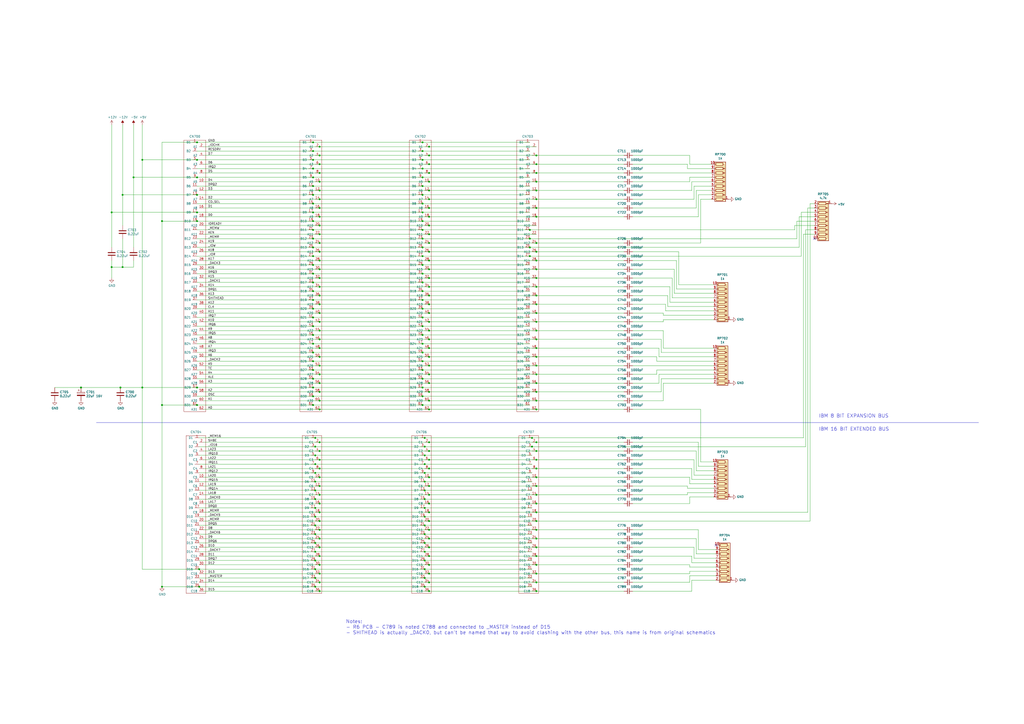
<source format=kicad_sch>
(kicad_sch (version 20230121) (generator eeschema)
  (paper "A2")
  (title_block (date "07/06/1987") (rev "6.2-a") (company "Commodore") (comment 1 "Drawn by: Dave Haynie") (comment 2 "Used on: A2000-CR") (comment 3 "Next Assy: 312725") (comment 4 "Assy: 312721"))
  (junction (at 248.92 181.61))
  (junction (at 307.34 133.35))
  (junction (at 185.42 232.41))
  (junction (at 245.11 113.03))
  (junction (at 185.42 322.58))
  (junction (at 185.42 292.1))
  (junction (at 181.61 133.35))
  (junction (at 245.11 194.31))
  (junction (at 248.92 100.33))
  (junction (at 311.15 110.49))
  (junction (at 185.42 222.25))
  (junction (at 248.92 342.9))
  (junction (at 248.92 227.33))
  (junction (at 181.61 199.39))
  (junction (at 185.42 95.25))
  (junction (at 182.88 294.64))
  (junction (at 311.15 271.78))
  (junction (at 311.15 146.05))
  (junction (at 246.38 320.04))
  (junction (at 246.38 314.96))
  (junction (at 185.42 181.61))
  (junction (at 311.15 232.41))
  (junction (at 185.42 196.85))
  (junction (at 185.42 287.02))
  (junction (at 181.61 153.67))
  (junction (at 181.61 194.31))
  (junction (at 245.11 199.39))
  (junction (at 182.88 289.56))
  (junction (at 181.61 204.47))
  (junction (at 185.42 201.93))
  (junction (at 185.42 271.78))
  (junction (at 246.38 309.88))
  (junction (at 181.61 189.23))
  (junction (at 71.12 113.03))
  (junction (at 64.77 154.94))
  (junction (at 248.92 261.62))
  (junction (at 245.11 143.51))
  (junction (at 311.15 237.49))
  (junction (at 181.61 179.07))
  (junction (at 182.88 320.04))
  (junction (at 182.88 259.08))
  (junction (at 248.92 292.1))
  (junction (at 185.42 207.01))
  (junction (at 246.38 289.56))
  (junction (at 248.92 276.86))
  (junction (at 311.15 181.61))
  (junction (at 181.61 82.55))
  (junction (at 246.38 284.48))
  (junction (at 181.61 184.15))
  (junction (at 245.11 102.87))
  (junction (at 311.15 322.58))
  (junction (at 182.88 330.2))
  (junction (at 185.42 276.86))
  (junction (at 181.61 92.71))
  (junction (at 248.92 271.78))
  (junction (at 245.11 189.23))
  (junction (at 245.11 87.63))
  (junction (at 248.92 281.94))
  (junction (at 245.11 204.47))
  (junction (at 248.92 151.13))
  (junction (at 248.92 140.97))
  (junction (at 248.92 201.93))
  (junction (at 248.92 95.25))
  (junction (at 185.42 161.29))
  (junction (at 311.15 337.82))
  (junction (at 93.98 234.95))
  (junction (at 245.11 128.27))
  (junction (at 185.42 171.45))
  (junction (at 311.15 201.93))
  (junction (at 185.42 125.73))
  (junction (at 181.61 123.19))
  (junction (at 185.42 266.7))
  (junction (at 311.15 317.5))
  (junction (at 181.61 107.95))
  (junction (at 308.61 259.08))
  (junction (at 185.42 146.05))
  (junction (at 182.88 304.8))
  (junction (at 185.42 302.26))
  (junction (at 185.42 85.09))
  (junction (at 311.15 261.62))
  (junction (at 311.15 266.7))
  (junction (at 182.88 299.72))
  (junction (at 248.92 256.54))
  (junction (at 311.15 217.17))
  (junction (at 248.92 186.69))
  (junction (at 311.15 186.69))
  (junction (at 181.61 143.51))
  (junction (at 185.42 156.21))
  (junction (at 182.88 269.24))
  (junction (at 182.88 264.16))
  (junction (at 182.88 325.12))
  (junction (at 311.15 312.42))
  (junction (at 248.92 232.41))
  (junction (at 246.38 335.28))
  (junction (at 82.55 224.79))
  (junction (at 245.11 158.75))
  (junction (at 82.55 92.71))
  (junction (at 248.92 135.89))
  (junction (at 182.88 340.36))
  (junction (at 245.11 224.79))
  (junction (at 248.92 266.7))
  (junction (at 246.38 274.32))
  (junction (at 181.61 113.03))
  (junction (at 246.38 279.4))
  (junction (at 307.34 143.51))
  (junction (at 69.85 224.79))
  (junction (at 248.92 171.45))
  (junction (at 185.42 176.53))
  (junction (at 181.61 87.63))
  (junction (at 248.92 115.57))
  (junction (at 311.15 120.65))
  (junction (at 185.42 130.81))
  (junction (at 311.15 115.57))
  (junction (at 181.61 128.27))
  (junction (at 182.88 314.96))
  (junction (at 185.42 281.94))
  (junction (at 185.42 110.49))
  (junction (at 248.92 327.66))
  (junction (at 181.61 229.87))
  (junction (at 307.34 138.43))
  (junction (at 311.15 287.02))
  (junction (at 185.42 115.57))
  (junction (at 248.92 287.02))
  (junction (at 185.42 90.17))
  (junction (at 246.38 325.12))
  (junction (at 185.42 140.97))
  (junction (at 93.98 128.27))
  (junction (at 245.11 92.71))
  (junction (at 248.92 166.37))
  (junction (at 46.99 224.79))
  (junction (at 246.38 304.8))
  (junction (at 181.61 102.87))
  (junction (at 114.3 224.79))
  (junction (at 246.38 299.72))
  (junction (at 248.92 302.26))
  (junction (at 185.42 237.49))
  (junction (at 181.61 209.55))
  (junction (at 182.88 309.88))
  (junction (at 246.38 340.36))
  (junction (at 185.42 297.18))
  (junction (at 245.11 118.11))
  (junction (at 248.92 90.17))
  (junction (at 311.15 327.66))
  (junction (at 245.11 123.19))
  (junction (at 246.38 330.2))
  (junction (at 246.38 254))
  (junction (at 246.38 269.24))
  (junction (at 248.92 125.73))
  (junction (at 311.15 105.41))
  (junction (at 246.38 294.64))
  (junction (at 311.15 302.26))
  (junction (at 181.61 138.43))
  (junction (at 248.92 217.17))
  (junction (at 114.3 92.71))
  (junction (at 248.92 196.85))
  (junction (at 248.92 337.82))
  (junction (at 311.15 307.34))
  (junction (at 245.11 107.95))
  (junction (at 311.15 297.18))
  (junction (at 185.42 332.74))
  (junction (at 311.15 171.45))
  (junction (at 185.42 307.34))
  (junction (at 248.92 156.21))
  (junction (at 246.38 259.08))
  (junction (at 115.57 330.2))
  (junction (at 311.15 207.01))
  (junction (at 114.3 234.95))
  (junction (at 245.11 179.07))
  (junction (at 185.42 191.77))
  (junction (at 93.98 340.36))
  (junction (at 182.88 274.32))
  (junction (at 185.42 256.54))
  (junction (at 185.42 342.9))
  (junction (at 311.15 222.25))
  (junction (at 114.3 123.19))
  (junction (at 248.92 105.41))
  (junction (at 308.61 254))
  (junction (at 311.15 100.33))
  (junction (at 311.15 176.53))
  (junction (at 185.42 327.66))
  (junction (at 248.92 191.77))
  (junction (at 185.42 105.41))
  (junction (at 181.61 234.95))
  (junction (at 245.11 148.59))
  (junction (at 248.92 297.18))
  (junction (at 248.92 85.09))
  (junction (at 311.15 125.73))
  (junction (at 311.15 95.25))
  (junction (at 181.61 163.83))
  (junction (at 245.11 219.71))
  (junction (at 311.15 196.85))
  (junction (at 185.42 135.89))
  (junction (at 311.15 140.97))
  (junction (at 185.42 166.37))
  (junction (at 311.15 90.17))
  (junction (at 115.57 340.36))
  (junction (at 182.88 254))
  (junction (at 248.92 120.65))
  (junction (at 311.15 342.9))
  (junction (at 71.12 154.94))
  (junction (at 181.61 214.63))
  (junction (at 245.11 234.95))
  (junction (at 245.11 209.55))
  (junction (at 185.42 120.65))
  (junction (at 248.92 317.5))
  (junction (at 181.61 173.99))
  (junction (at 248.92 207.01))
  (junction (at 311.15 166.37))
  (junction (at 311.15 332.74))
  (junction (at 114.3 82.55))
  (junction (at 181.61 118.11))
  (junction (at 181.61 219.71))
  (junction (at 77.47 102.87))
  (junction (at 311.15 281.94))
  (junction (at 185.42 337.82))
  (junction (at 185.42 261.62))
  (junction (at 248.92 161.29))
  (junction (at 307.34 148.59))
  (junction (at 245.11 82.55))
  (junction (at 185.42 227.33))
  (junction (at 185.42 186.69))
  (junction (at 248.92 307.34))
  (junction (at 245.11 229.87))
  (junction (at 245.11 138.43))
  (junction (at 311.15 292.1))
  (junction (at 248.92 146.05))
  (junction (at 185.42 151.13))
  (junction (at 246.38 264.16))
  (junction (at 185.42 317.5))
  (junction (at 248.92 110.49))
  (junction (at 185.42 312.42))
  (junction (at 248.92 322.58))
  (junction (at 245.11 214.63))
  (junction (at 245.11 133.35))
  (junction (at 311.15 191.77))
  (junction (at 248.92 212.09))
  (junction (at 181.61 168.91))
  (junction (at 181.61 148.59))
  (junction (at 185.42 217.17))
  (junction (at 311.15 256.54))
  (junction (at 311.15 156.21))
  (junction (at 181.61 224.79))
  (junction (at 245.11 163.83))
  (junction (at 248.92 130.81))
  (junction (at 182.88 335.28))
  (junction (at 248.92 237.49))
  (junction (at 64.77 123.19))
  (junction (at 245.11 168.91))
  (junction (at 245.11 184.15))
  (junction (at 182.88 284.48))
  (junction (at 245.11 97.79))
  (junction (at 248.92 332.74))
  (junction (at 311.15 212.09))
  (junction (at 245.11 173.99))
  (junction (at 114.3 102.87))
  (junction (at 245.11 153.67))
  (junction (at 248.92 222.25))
  (junction (at 311.15 276.86))
  (junction (at 114.3 128.27))
  (junction (at 311.15 151.13))
  (junction (at 248.92 312.42))
  (junction (at 311.15 161.29))
  (junction (at 114.3 113.03))
  (junction (at 185.42 100.33))
  (junction (at 311.15 227.33))
  (junction (at 248.92 176.53))
  (junction (at 182.88 279.4))
  (junction (at 181.61 158.75))
  (junction (at 185.42 212.09))
  (junction (at 181.61 97.79))
  (no_connect (at 415.29 316.23))
  (no_connect (at 472.44 138.43))
  (wire (pts (xy 115.57 340.36) (xy 93.98 340.36)))
  (wire (pts (xy 400.05 90.17) (xy 400.05 95.25)))
  (wire (pts (xy 246.38 254) (xy 308.61 254)))
  (wire (pts (xy 383.54 204.47) (xy 414.02 204.47)))
  (wire (pts (xy 181.61 189.23) (xy 245.11 189.23)))
  (wire (pts (xy 118.11 120.65) (xy 185.42 120.65)))
  (wire (pts (xy 367.03 125.73) (xy 405.13 125.73)))
  (wire (pts (xy 248.92 95.25) (xy 311.15 95.25)))
  (wire (pts (xy 182.88 279.4) (xy 246.38 279.4)))
  (wire (pts (xy 118.11 176.53) (xy 185.42 176.53)))
  (wire (pts (xy 468.63 297.18) (xy 468.63 120.65)))
  (wire (pts (xy 185.42 297.18) (xy 248.92 297.18)))
  (wire (pts (xy 367.03 237.49) (xy 406.4 237.49)))
  (wire (pts (xy 181.61 102.87) (xy 245.11 102.87)))
  (wire (pts (xy 114.3 184.15) (xy 181.61 184.15)))
  (wire (pts (xy 77.47 102.87) (xy 114.3 102.87)))
  (wire (pts (xy 400.05 292.1) (xy 400.05 288.29)))
  (wire (pts (xy 246.38 335.28) (xy 182.88 335.28)))
  (wire (pts (xy 367.03 191.77) (xy 384.81 191.77)))
  (wire (pts (xy 64.77 154.94) (xy 71.12 154.94)))
  (wire (pts (xy 311.15 232.41) (xy 361.95 232.41)))
  (wire (pts (xy 71.12 130.81) (xy 71.12 113.03)))
  (wire (pts (xy 308.61 314.96) (xy 246.38 314.96)))
  (wire (pts (xy 185.42 307.34) (xy 248.92 307.34)))
  (wire (pts (xy 367.03 201.93) (xy 382.27 201.93)))
  (wire (pts (xy 367.03 90.17) (xy 400.05 90.17)))
  (wire (pts (xy 114.3 97.79) (xy 181.61 97.79)))
  (wire (pts (xy 185.42 322.58) (xy 248.92 322.58)))
  (wire (pts (xy 367.03 151.13) (xy 392.43 151.13)))
  (wire (pts (xy 384.81 201.93) (xy 414.02 201.93)))
  (wire (pts (xy 118.11 276.86) (xy 185.42 276.86)))
  (wire (pts (xy 181.61 123.19) (xy 245.11 123.19)))
  (wire (pts (xy 118.11 256.54) (xy 185.42 256.54)))
  (wire (pts (xy 388.62 166.37) (xy 388.62 175.26)))
  (wire (pts (xy 311.15 307.34) (xy 361.95 307.34)))
  (wire (pts (xy 114.3 133.35) (xy 181.61 133.35)))
  (wire (pts (xy 463.55 125.73) (xy 472.44 125.73)))
  (polyline (pts (xy 55.88 245.11) (xy 567.69 245.11)))
  (wire (pts (xy 185.42 151.13) (xy 248.92 151.13)))
  (wire (pts (xy 248.92 100.33) (xy 311.15 100.33)))
  (wire (pts (xy 381 214.63) (xy 414.02 214.63)))
  (wire (pts (xy 246.38 340.36) (xy 308.61 340.36)))
  (wire (pts (xy 115.57 299.72) (xy 182.88 299.72)))
  (wire (pts (xy 182.88 284.48) (xy 115.57 284.48)))
  (wire (pts (xy 462.28 128.27) (xy 472.44 128.27)))
  (wire (pts (xy 185.42 207.01) (xy 248.92 207.01)))
  (wire (pts (xy 246.38 289.56) (xy 308.61 289.56)))
  (wire (pts (xy 118.11 217.17) (xy 185.42 217.17)))
  (wire (pts (xy 311.15 256.54) (xy 361.95 256.54)))
  (wire (pts (xy 248.92 110.49) (xy 311.15 110.49)))
  (wire (pts (xy 181.61 87.63) (xy 245.11 87.63)))
  (wire (pts (xy 31.75 224.79) (xy 46.99 224.79)))
  (wire (pts (xy 311.15 297.18) (xy 468.63 297.18)))
  (wire (pts (xy 245.11 128.27) (xy 307.34 128.27)))
  (wire (pts (xy 245.11 219.71) (xy 307.34 219.71)))
  (wire (pts (xy 182.88 264.16) (xy 246.38 264.16)))
  (wire (pts (xy 311.15 281.94) (xy 361.95 281.94)))
  (wire (pts (xy 311.15 186.69) (xy 361.95 186.69)))
  (wire (pts (xy 401.32 110.49) (xy 367.03 110.49)))
  (wire (pts (xy 398.78 285.75) (xy 414.02 285.75)))
  (wire (pts (xy 401.32 278.13) (xy 414.02 278.13)))
  (wire (pts (xy 311.15 201.93) (xy 361.95 201.93)))
  (wire (pts (xy 311.15 191.77) (xy 361.95 191.77)))
  (wire (pts (xy 118.11 322.58) (xy 185.42 322.58)))
  (wire (pts (xy 248.92 281.94) (xy 311.15 281.94)))
  (wire (pts (xy 114.3 148.59) (xy 181.61 148.59)))
  (wire (pts (xy 308.61 284.48) (xy 246.38 284.48)))
  (wire (pts (xy 248.92 156.21) (xy 311.15 156.21)))
  (wire (pts (xy 114.3 168.91) (xy 181.61 168.91)))
  (wire (pts (xy 246.38 330.2) (xy 308.61 330.2)))
  (wire (pts (xy 246.38 294.64) (xy 182.88 294.64)))
  (wire (pts (xy 182.88 320.04) (xy 246.38 320.04)))
  (wire (pts (xy 245.11 107.95) (xy 307.34 107.95)))
  (wire (pts (xy 185.42 337.82) (xy 248.92 337.82)))
  (wire (pts (xy 114.3 173.99) (xy 181.61 173.99)))
  (wire (pts (xy 185.42 90.17) (xy 248.92 90.17)))
  (wire (pts (xy 383.54 196.85) (xy 383.54 204.47)))
  (wire (pts (xy 391.16 170.18) (xy 414.02 170.18)))
  (wire (pts (xy 382.27 207.01) (xy 414.02 207.01)))
  (wire (pts (xy 246.38 320.04) (xy 308.61 320.04)))
  (wire (pts (xy 93.98 82.55) (xy 114.3 82.55)))
  (wire (pts (xy 245.11 118.11) (xy 307.34 118.11)))
  (wire (pts (xy 398.78 281.94) (xy 398.78 283.21)))
  (wire (pts (xy 114.3 158.75) (xy 181.61 158.75)))
  (wire (pts (xy 307.34 133.35) (xy 461.01 133.35)))
  (wire (pts (xy 400.05 105.41) (xy 400.05 102.87)))
  (wire (pts (xy 118.11 161.29) (xy 185.42 161.29)))
  (wire (pts (xy 367.03 287.02) (xy 398.78 287.02)))
  (wire (pts (xy 248.92 261.62) (xy 185.42 261.62)))
  (wire (pts (xy 248.92 140.97) (xy 311.15 140.97)))
  (wire (pts (xy 181.61 148.59) (xy 245.11 148.59)))
  (wire (pts (xy 406.4 115.57) (xy 412.75 115.57)))
  (wire (pts (xy 118.11 302.26) (xy 185.42 302.26)))
  (wire (pts (xy 114.3 123.19) (xy 181.61 123.19)))
  (wire (pts (xy 114.3 82.55) (xy 181.61 82.55)))
  (wire (pts (xy 114.3 189.23) (xy 181.61 189.23)))
  (wire (pts (xy 181.61 204.47) (xy 245.11 204.47)))
  (wire (pts (xy 114.3 107.95) (xy 181.61 107.95)))
  (wire (pts (xy 77.47 151.13) (xy 77.47 154.94)))
  (wire (pts (xy 114.3 194.31) (xy 181.61 194.31)))
  (wire (pts (xy 93.98 82.55) (xy 93.98 128.27)))
  (wire (pts (xy 382.27 222.25) (xy 382.27 217.17)))
  (wire (pts (xy 402.59 266.7) (xy 402.59 275.59)))
  (wire (pts (xy 118.11 271.78) (xy 185.42 271.78)))
  (wire (pts (xy 308.61 304.8) (xy 246.38 304.8)))
  (wire (pts (xy 118.11 196.85) (xy 185.42 196.85)))
  (wire (pts (xy 248.92 297.18) (xy 311.15 297.18)))
  (wire (pts (xy 245.11 158.75) (xy 307.34 158.75)))
  (wire (pts (xy 384.81 232.41) (xy 384.81 222.25)))
  (wire (pts (xy 115.57 279.4) (xy 182.88 279.4)))
  (wire (pts (xy 181.61 143.51) (xy 245.11 143.51)))
  (wire (pts (xy 384.81 185.42) (xy 414.02 185.42)))
  (wire (pts (xy 185.42 227.33) (xy 248.92 227.33)))
  (wire (pts (xy 400.05 327.66) (xy 400.05 328.93)))
  (wire (pts (xy 118.11 135.89) (xy 185.42 135.89)))
  (wire (pts (xy 248.92 287.02) (xy 311.15 287.02)))
  (wire (pts (xy 114.3 229.87) (xy 181.61 229.87)))
  (wire (pts (xy 245.11 214.63) (xy 307.34 214.63)))
  (wire (pts (xy 384.81 191.77) (xy 384.81 201.93)))
  (wire (pts (xy 185.42 256.54) (xy 248.92 256.54)))
  (wire (pts (xy 118.11 207.01) (xy 185.42 207.01)))
  (wire (pts (xy 308.61 335.28) (xy 246.38 335.28)))
  (wire (pts (xy 185.42 302.26) (xy 248.92 302.26)))
  (wire (pts (xy 114.3 128.27) (xy 181.61 128.27)))
  (wire (pts (xy 182.88 299.72) (xy 246.38 299.72)))
  (wire (pts (xy 118.11 100.33) (xy 185.42 100.33)))
  (wire (pts (xy 311.15 287.02) (xy 361.95 287.02)))
  (wire (pts (xy 307.34 138.43) (xy 462.28 138.43)))
  (wire (pts (xy 311.15 337.82) (xy 361.95 337.82)))
  (wire (pts (xy 118.11 266.7) (xy 185.42 266.7)))
  (wire (pts (xy 311.15 322.58) (xy 361.95 322.58)))
  (wire (pts (xy 403.86 110.49) (xy 412.75 110.49)))
  (wire (pts (xy 248.92 151.13) (xy 311.15 151.13)))
  (wire (pts (xy 246.38 314.96) (xy 182.88 314.96)))
  (wire (pts (xy 400.05 276.86) (xy 400.05 280.67)))
  (wire (pts (xy 402.59 107.95) (xy 412.75 107.95)))
  (wire (pts (xy 398.78 95.25) (xy 398.78 97.79)))
  (wire (pts (xy 118.11 317.5) (xy 185.42 317.5)))
  (wire (pts (xy 71.12 154.94) (xy 71.12 138.43)))
  (wire (pts (xy 71.12 113.03) (xy 114.3 113.03)))
  (wire (pts (xy 245.11 153.67) (xy 307.34 153.67)))
  (wire (pts (xy 311.15 125.73) (xy 361.95 125.73)))
  (wire (pts (xy 185.42 110.49) (xy 248.92 110.49)))
  (wire (pts (xy 245.11 113.03) (xy 307.34 113.03)))
  (wire (pts (xy 381 207.01) (xy 381 209.55)))
  (wire (pts (xy 115.57 320.04) (xy 182.88 320.04)))
  (wire (pts (xy 114.3 199.39) (xy 181.61 199.39)))
  (wire (pts (xy 400.05 332.74) (xy 400.05 331.47)))
  (wire (pts (xy 185.42 276.86) (xy 248.92 276.86)))
  (wire (pts (xy 367.03 217.17) (xy 381 217.17)))
  (wire (pts (xy 114.3 204.47) (xy 181.61 204.47)))
  (wire (pts (xy 367.03 181.61) (xy 384.81 181.61)))
  (wire (pts (xy 389.89 161.29) (xy 389.89 172.72)))
  (wire (pts (xy 311.15 146.05) (xy 361.95 146.05)))
  (wire (pts (xy 246.38 264.16) (xy 308.61 264.16)))
  (wire (pts (xy 405.13 270.51) (xy 414.02 270.51)))
  (wire (pts (xy 185.42 292.1) (xy 248.92 292.1)))
  (wire (pts (xy 384.81 181.61) (xy 384.81 182.88)))
  (wire (pts (xy 181.61 184.15) (xy 245.11 184.15)))
  (wire (pts (xy 311.15 171.45) (xy 361.95 171.45)))
  (wire (pts (xy 182.88 269.24) (xy 246.38 269.24)))
  (wire (pts (xy 403.86 312.42) (xy 403.86 321.31)))
  (wire (pts (xy 182.88 314.96) (xy 115.57 314.96)))
  (wire (pts (xy 64.77 72.39) (xy 64.77 123.19)))
  (wire (pts (xy 181.61 138.43) (xy 245.11 138.43)))
  (wire (pts (xy 245.11 92.71) (xy 307.34 92.71)))
  (wire (pts (xy 393.7 146.05) (xy 393.7 165.1)))
  (wire (pts (xy 118.11 151.13) (xy 185.42 151.13)))
  (wire (pts (xy 367.03 146.05) (xy 393.7 146.05)))
  (wire (pts (xy 114.3 143.51) (xy 181.61 143.51)))
  (wire (pts (xy 118.11 287.02) (xy 185.42 287.02)))
  (wire (pts (xy 311.15 271.78) (xy 361.95 271.78)))
  (wire (pts (xy 185.42 332.74) (xy 248.92 332.74)))
  (wire (pts (xy 245.11 133.35) (xy 307.34 133.35)))
  (wire (pts (xy 82.55 92.71) (xy 82.55 224.79)))
  (wire (pts (xy 77.47 154.94) (xy 71.12 154.94)))
  (wire (pts (xy 118.11 166.37) (xy 185.42 166.37)))
  (wire (pts (xy 248.92 217.17) (xy 311.15 217.17)))
  (wire (pts (xy 381 217.17) (xy 381 214.63)))
  (wire (pts (xy 118.11 332.74) (xy 185.42 332.74)))
  (wire (pts (xy 185.42 146.05) (xy 248.92 146.05)))
  (wire (pts (xy 93.98 234.95) (xy 93.98 128.27)))
  (wire (pts (xy 114.3 87.63) (xy 181.61 87.63)))
  (wire (pts (xy 248.92 201.93) (xy 311.15 201.93)))
  (wire (pts (xy 367.03 327.66) (xy 400.05 327.66)))
  (wire (pts (xy 114.3 209.55) (xy 181.61 209.55)))
  (wire (pts (xy 245.11 234.95) (xy 307.34 234.95)))
  (wire (pts (xy 311.15 217.17) (xy 361.95 217.17)))
  (wire (pts (xy 311.15 342.9) (xy 361.95 342.9)))
  (wire (pts (xy 367.03 207.01) (xy 381 207.01)))
  (wire (pts (xy 185.42 232.41) (xy 248.92 232.41)))
  (wire (pts (xy 118.11 201.93) (xy 185.42 201.93)))
  (wire (pts (xy 248.92 115.57) (xy 311.15 115.57)))
  (wire (pts (xy 118.11 140.97) (xy 185.42 140.97)))
  (wire (pts (xy 118.11 186.69) (xy 185.42 186.69)))
  (wire (pts (xy 82.55 72.39) (xy 82.55 92.71)))
  (wire (pts (xy 185.42 176.53) (xy 248.92 176.53)))
  (wire (pts (xy 387.35 177.8) (xy 414.02 177.8)))
  (wire (pts (xy 367.03 322.58) (xy 401.32 322.58)))
  (wire (pts (xy 311.15 120.65) (xy 361.95 120.65)))
  (wire (pts (xy 467.36 133.35) (xy 472.44 133.35)))
  (wire (pts (xy 367.03 156.21) (xy 391.16 156.21)))
  (wire (pts (xy 185.42 100.33) (xy 248.92 100.33)))
  (wire (pts (xy 248.92 135.89) (xy 311.15 135.89)))
  (wire (pts (xy 181.61 173.99) (xy 245.11 173.99)))
  (wire (pts (xy 181.61 118.11) (xy 245.11 118.11)))
  (wire (pts (xy 248.92 105.41) (xy 311.15 105.41)))
  (wire (pts (xy 69.85 224.79) (xy 82.55 224.79)))
  (wire (pts (xy 367.03 100.33) (xy 412.75 100.33)))
  (wire (pts (xy 311.15 115.57) (xy 361.95 115.57)))
  (wire (pts (xy 381 209.55) (xy 414.02 209.55)))
  (wire (pts (xy 118.11 312.42) (xy 185.42 312.42)))
  (wire (pts (xy 46.99 224.79) (xy 69.85 224.79)))
  (wire (pts (xy 405.13 125.73) (xy 405.13 113.03)))
  (wire (pts (xy 466.09 254) (xy 466.09 135.89)))
  (wire (pts (xy 182.88 254) (xy 246.38 254)))
  (wire (pts (xy 466.09 135.89) (xy 472.44 135.89)))
  (wire (pts (xy 248.92 120.65) (xy 311.15 120.65)))
  (wire (pts (xy 181.61 168.91) (xy 245.11 168.91)))
  (wire (pts (xy 403.86 120.65) (xy 403.86 110.49)))
  (wire (pts (xy 245.11 82.55) (xy 307.34 82.55)))
  (wire (pts (xy 311.15 166.37) (xy 361.95 166.37)))
  (wire (pts (xy 246.38 269.24) (xy 308.61 269.24)))
  (wire (pts (xy 400.05 328.93) (xy 415.29 328.93)))
  (wire (pts (xy 311.15 110.49) (xy 361.95 110.49)))
  (wire (pts (xy 118.11 95.25) (xy 185.42 95.25)))
  (wire (pts (xy 402.59 317.5) (xy 402.59 323.85)))
  (wire (pts (xy 398.78 287.02) (xy 398.78 285.75)))
  (wire (pts (xy 118.11 212.09) (xy 185.42 212.09)))
  (wire (pts (xy 118.11 307.34) (xy 185.42 307.34)))
  (wire (pts (xy 245.11 138.43) (xy 307.34 138.43)))
  (wire (pts (xy 246.38 279.4) (xy 308.61 279.4)))
  (wire (pts (xy 181.61 179.07) (xy 245.11 179.07)))
  (wire (pts (xy 248.92 322.58) (xy 311.15 322.58)))
  (wire (pts (xy 383.54 219.71) (xy 414.02 219.71)))
  (wire (pts (xy 181.61 229.87) (xy 245.11 229.87)))
  (wire (pts (xy 392.43 151.13) (xy 392.43 167.64)))
  (wire (pts (xy 182.88 309.88) (xy 246.38 309.88)))
  (wire (pts (xy 311.15 176.53) (xy 361.95 176.53)))
  (wire (pts (xy 248.92 146.05) (xy 311.15 146.05)))
  (wire (pts (xy 389.89 172.72) (xy 414.02 172.72)))
  (wire (pts (xy 185.42 95.25) (xy 248.92 95.25)))
  (wire (pts (xy 388.62 175.26) (xy 414.02 175.26)))
  (wire (pts (xy 400.05 95.25) (xy 412.75 95.25)))
  (wire (pts (xy 311.15 100.33) (xy 361.95 100.33)))
  (wire (pts (xy 398.78 97.79) (xy 412.75 97.79)))
  (wire (pts (xy 114.3 234.95) (xy 181.61 234.95)))
  (wire (pts (xy 311.15 312.42) (xy 361.95 312.42)))
  (wire (pts (xy 118.11 105.41) (xy 185.42 105.41)))
  (wire (pts (xy 182.88 335.28) (xy 115.57 335.28)))
  (wire (pts (xy 185.42 140.97) (xy 248.92 140.97)))
  (wire (pts (xy 311.15 140.97) (xy 361.95 140.97)))
  (wire (pts (xy 181.61 82.55) (xy 245.11 82.55)))
  (wire (pts (xy 406.4 267.97) (xy 414.02 267.97)))
  (wire (pts (xy 181.61 199.39) (xy 245.11 199.39)))
  (wire (pts (xy 248.92 191.77) (xy 311.15 191.77)))
  (wire (pts (xy 367.03 342.9) (xy 401.32 342.9)))
  (wire (pts (xy 118.11 85.09) (xy 185.42 85.09)))
  (wire (pts (xy 468.63 120.65) (xy 472.44 120.65)))
  (wire (pts (xy 185.42 186.69) (xy 248.92 186.69)))
  (wire (pts (xy 367.03 212.09) (xy 414.02 212.09)))
  (wire (pts (xy 115.57 330.2) (xy 182.88 330.2)))
  (wire (pts (xy 400.05 331.47) (xy 415.29 331.47)))
  (wire (pts (xy 246.38 284.48) (xy 182.88 284.48)))
  (wire (pts (xy 82.55 224.79) (xy 114.3 224.79)))
  (wire (pts (xy 181.61 224.79) (xy 245.11 224.79)))
  (wire (pts (xy 308.61 259.08) (xy 467.36 259.08)))
  (wire (pts (xy 398.78 283.21) (xy 414.02 283.21)))
  (wire (pts (xy 367.03 105.41) (xy 400.05 105.41)))
  (wire (pts (xy 311.15 151.13) (xy 361.95 151.13)))
  (wire (pts (xy 248.92 256.54) (xy 311.15 256.54)))
  (wire (pts (xy 392.43 167.64) (xy 414.02 167.64)))
  (wire (pts (xy 367.03 186.69) (xy 384.81 186.69)))
  (wire (pts (xy 118.11 281.94) (xy 185.42 281.94)))
  (wire (pts (xy 246.38 299.72) (xy 308.61 299.72)))
  (wire (pts (xy 367.03 337.82) (xy 400.05 337.82)))
  (wire (pts (xy 367.03 222.25) (xy 382.27 222.25)))
  (wire (pts (xy 248.92 85.09) (xy 311.15 85.09)))
  (wire (pts (xy 400.05 334.01) (xy 415.29 334.01)))
  (wire (pts (xy 367.03 256.54) (xy 405.13 256.54)))
  (wire (pts (xy 401.32 322.58) (xy 401.32 326.39)))
  (wire (pts (xy 402.59 323.85) (xy 415.29 323.85)))
  (wire (pts (xy 464.82 148.59) (xy 464.82 123.19)))
  (wire (pts (xy 400.05 337.82) (xy 400.05 334.01)))
  (wire (pts (xy 367.03 166.37) (xy 388.62 166.37)))
  (wire (pts (xy 181.61 163.83) (xy 245.11 163.83)))
  (wire (pts (xy 405.13 307.34) (xy 405.13 318.77)))
  (wire (pts (xy 367.03 95.25) (xy 398.78 95.25)))
  (wire (pts (xy 71.12 72.39) (xy 71.12 113.03)))
  (wire (pts (xy 182.88 289.56) (xy 246.38 289.56)))
  (wire (pts (xy 64.77 161.29) (xy 64.77 154.94)))
  (wire (pts (xy 246.38 259.08) (xy 308.61 259.08)))
  (wire (pts (xy 311.15 276.86) (xy 361.95 276.86)))
  (wire (pts (xy 387.35 171.45) (xy 387.35 177.8)))
  (wire (pts (xy 181.61 113.03) (xy 245.11 113.03)))
  (wire (pts (xy 311.15 261.62) (xy 248.92 261.62)))
  (wire (pts (xy 248.92 186.69) (xy 311.15 186.69)))
  (wire (pts (xy 181.61 214.63) (xy 245.11 214.63)))
  (wire (pts (xy 185.42 171.45) (xy 248.92 171.45)))
  (wire (pts (xy 114.3 118.11) (xy 181.61 118.11)))
  (wire (pts (xy 115.57 289.56) (xy 182.88 289.56)))
  (wire (pts (xy 185.42 85.09) (xy 248.92 85.09)))
  (wire (pts (xy 118.11 115.57) (xy 185.42 115.57)))
  (wire (pts (xy 464.82 123.19) (xy 472.44 123.19)))
  (wire (pts (xy 367.03 196.85) (xy 383.54 196.85)))
  (wire (pts (xy 181.61 219.71) (xy 245.11 219.71)))
  (wire (pts (xy 93.98 340.36) (xy 93.98 234.95)))
  (wire (pts (xy 185.42 130.81) (xy 248.92 130.81)))
  (wire (pts (xy 181.61 158.75) (xy 245.11 158.75)))
  (wire (pts (xy 182.88 330.2) (xy 246.38 330.2)))
  (wire (pts (xy 367.03 266.7) (xy 402.59 266.7)))
  (wire (pts (xy 400.05 280.67) (xy 414.02 280.67)))
  (wire (pts (xy 311.15 292.1) (xy 361.95 292.1)))
  (wire (pts (xy 367.03 261.62) (xy 403.86 261.62)))
  (wire (pts (xy 469.9 302.26) (xy 469.9 118.11)))
  (wire (pts (xy 405.13 318.77) (xy 415.29 318.77)))
  (wire (pts (xy 403.86 273.05) (xy 414.02 273.05)))
  (wire (pts (xy 311.15 181.61) (xy 361.95 181.61)))
  (wire (pts (xy 114.3 179.07) (xy 181.61 179.07)))
  (wire (pts (xy 367.03 271.78) (xy 401.32 271.78)))
  (wire (pts (xy 248.92 232.41) (xy 311.15 232.41)))
  (wire (pts (xy 367.03 115.57) (xy 402.59 115.57)))
  (wire (pts (xy 185.42 217.17) (xy 248.92 217.17)))
  (wire (pts (xy 401.32 342.9) (xy 401.32 336.55)))
  (wire (pts (xy 311.15 90.17) (xy 361.95 90.17)))
  (wire (pts (xy 401.32 105.41) (xy 401.32 110.49)))
  (wire (pts (xy 114.3 214.63) (xy 181.61 214.63)))
  (wire (pts (xy 461.01 133.35) (xy 461.01 130.81)))
  (wire (pts (xy 181.61 107.95) (xy 245.11 107.95)))
  (wire (pts (xy 114.3 163.83) (xy 181.61 163.83)))
  (wire (pts (xy 185.42 196.85) (xy 248.92 196.85)))
  (wire (pts (xy 185.42 156.21) (xy 248.92 156.21)))
  (wire (pts (xy 248.92 207.01) (xy 311.15 207.01)))
  (wire (pts (xy 367.03 281.94) (xy 398.78 281.94)))
  (wire (pts (xy 248.92 312.42) (xy 311.15 312.42)))
  (wire (pts (xy 406.4 140.97) (xy 406.4 115.57)))
  (wire (pts (xy 118.11 171.45) (xy 185.42 171.45)))
  (wire (pts (xy 245.11 224.79) (xy 307.34 224.79)))
  (wire (pts (xy 185.42 201.93) (xy 248.92 201.93)))
  (wire (pts (xy 401.32 271.78) (xy 401.32 278.13)))
  (wire (pts (xy 118.11 156.21) (xy 185.42 156.21)))
  (wire (pts (xy 118.11 232.41) (xy 185.42 232.41)))
  (wire (pts (xy 245.11 163.83) (xy 307.34 163.83)))
  (wire (pts (xy 400.05 102.87) (xy 412.75 102.87)))
  (wire (pts (xy 403.86 261.62) (xy 403.86 273.05)))
  (wire (pts (xy 182.88 325.12) (xy 115.57 325.12)))
  (wire (pts (xy 118.11 292.1) (xy 185.42 292.1)))
  (wire (pts (xy 248.92 212.09) (xy 311.15 212.09)))
  (wire (pts (xy 367.03 232.41) (xy 384.81 232.41)))
  (wire (pts (xy 246.38 304.8) (xy 182.88 304.8)))
  (wire (pts (xy 311.15 207.01) (xy 361.95 207.01)))
  (wire (pts (xy 308.61 254) (xy 466.09 254)))
  (wire (pts (xy 245.11 179.07) (xy 307.34 179.07)))
  (wire (pts (xy 311.15 237.49) (xy 361.95 237.49)))
  (wire (pts (xy 386.08 180.34) (xy 414.02 180.34)))
  (wire (pts (xy 245.11 173.99) (xy 307.34 173.99)))
  (wire (pts (xy 367.03 161.29) (xy 389.89 161.29)))
  (wire (pts (xy 248.92 196.85) (xy 311.15 196.85)))
  (wire (pts (xy 245.11 229.87) (xy 307.34 229.87)))
  (wire (pts (xy 118.11 337.82) (xy 185.42 337.82)))
  (wire (pts (xy 469.9 118.11) (xy 472.44 118.11)))
  (wire (pts (xy 82.55 92.71) (xy 114.3 92.71)))
  (wire (pts (xy 367.03 176.53) (xy 386.08 176.53)))
  (wire (pts (xy 64.77 143.51) (xy 64.77 123.19)))
  (wire (pts (xy 311.15 266.7) (xy 361.95 266.7)))
  (wire (pts (xy 384.81 186.69) (xy 384.81 185.42)))
  (wire (pts (xy 402.59 275.59) (xy 414.02 275.59)))
  (wire (pts (xy 245.11 189.23) (xy 307.34 189.23)))
  (wire (pts (xy 185.42 166.37) (xy 248.92 166.37)))
  (wire (pts (xy 118.11 146.05) (xy 185.42 146.05)))
  (wire (pts (xy 248.92 130.81) (xy 311.15 130.81)))
  (wire (pts (xy 185.42 287.02) (xy 248.92 287.02)))
  (wire (pts (xy 412.75 105.41) (xy 401.32 105.41)))
  (wire (pts (xy 382.27 201.93) (xy 382.27 207.01)))
  (wire (pts (xy 182.88 259.08) (xy 246.38 259.08)))
  (wire (pts (xy 185.42 281.94) (xy 248.92 281.94)))
  (wire (pts (xy 115.57 259.08) (xy 182.88 259.08)))
  (wire (pts (xy 245.11 209.55) (xy 307.34 209.55)))
  (wire (pts (xy 383.54 227.33) (xy 383.54 219.71)))
  (wire (pts (xy 401.32 326.39) (xy 415.29 326.39)))
  (wire (pts (xy 245.11 199.39) (xy 307.34 199.39)))
  (wire (pts (xy 118.11 191.77) (xy 185.42 191.77)))
  (wire (pts (xy 118.11 227.33) (xy 185.42 227.33)))
  (wire (pts (xy 64.77 154.94) (xy 64.77 151.13)))
  (wire (pts (xy 114.3 102.87) (xy 181.61 102.87)))
  (wire (pts (xy 182.88 294.64) (xy 115.57 294.64)))
  (wire (pts (xy 248.92 271.78) (xy 311.15 271.78)))
  (wire (pts (xy 93.98 128.27) (xy 114.3 128.27)))
  (wire (pts (xy 391.16 156.21) (xy 391.16 170.18)))
  (wire (pts (xy 181.61 209.55) (xy 245.11 209.55)))
  (wire (pts (xy 462.28 138.43) (xy 462.28 128.27)))
  (wire (pts (xy 245.11 204.47) (xy 307.34 204.47)))
  (wire (pts (xy 181.61 234.95) (xy 245.11 234.95)))
  (wire (pts (xy 245.11 87.63) (xy 307.34 87.63)))
  (wire (pts (xy 311.15 317.5) (xy 361.95 317.5)))
  (wire (pts (xy 248.92 237.49) (xy 311.15 237.49)))
  (wire (pts (xy 118.11 110.49) (xy 185.42 110.49)))
  (wire (pts (xy 311.15 105.41) (xy 361.95 105.41)))
  (wire (pts (xy 185.42 237.49) (xy 248.92 237.49)))
  (wire (pts (xy 307.34 148.59) (xy 464.82 148.59)))
  (wire (pts (xy 181.61 92.71) (xy 245.11 92.71)))
  (wire (pts (xy 185.42 342.9) (xy 248.92 342.9)))
  (wire (pts (xy 367.03 317.5) (xy 402.59 317.5)))
  (wire (pts (xy 181.61 153.67) (xy 245.11 153.67)))
  (wire (pts (xy 386.08 176.53) (xy 386.08 180.34)))
  (wire (pts (xy 185.42 135.89) (xy 248.92 135.89)))
  (wire (pts (xy 311.15 302.26) (xy 469.9 302.26)))
  (wire (pts (xy 248.92 176.53) (xy 311.15 176.53)))
  (wire (pts (xy 367.03 276.86) (xy 400.05 276.86)))
  (wire (pts (xy 248.92 342.9) (xy 311.15 342.9)))
  (wire (pts (xy 185.42 191.77) (xy 248.92 191.77)))
  (wire (pts (xy 367.03 140.97) (xy 406.4 140.97)))
  (wire (pts (xy 248.92 307.34) (xy 311.15 307.34)))
  (wire (pts (xy 308.61 274.32) (xy 246.38 274.32)))
  (wire (pts (xy 185.42 120.65) (xy 248.92 120.65)))
  (wire (pts (xy 115.57 264.16) (xy 182.88 264.16)))
  (wire (pts (xy 115.57 269.24) (xy 182.88 269.24)))
  (wire (pts (xy 181.61 128.27) (xy 245.11 128.27)))
  (wire (pts (xy 114.3 138.43) (xy 181.61 138.43)))
  (wire (pts (xy 118.11 125.73) (xy 185.42 125.73)))
  (wire (pts (xy 393.7 165.1) (xy 414.02 165.1)))
  (wire (pts (xy 248.92 90.17) (xy 311.15 90.17)))
  (wire (pts (xy 311.15 156.21) (xy 361.95 156.21)))
  (wire (pts (xy 93.98 234.95) (xy 114.3 234.95)))
  (wire (pts (xy 77.47 72.39) (xy 77.47 102.87)))
  (wire (pts (xy 402.59 115.57) (xy 402.59 107.95)))
  (wire (pts (xy 248.92 181.61) (xy 311.15 181.61)))
  (wire (pts (xy 248.92 161.29) (xy 311.15 161.29)))
  (wire (pts (xy 248.92 227.33) (xy 311.15 227.33)))
  (wire (pts (xy 245.11 168.91) (xy 307.34 168.91)))
  (wire (pts (xy 248.92 327.66) (xy 311.15 327.66)))
  (wire (pts (xy 185.42 266.7) (xy 248.92 266.7)))
  (wire (pts (xy 311.15 332.74) (xy 361.95 332.74)))
  (wire (pts (xy 245.11 97.79) (xy 307.34 97.79)))
  (wire (pts (xy 367.03 120.65) (xy 403.86 120.65)))
  (wire (pts (xy 182.88 340.36) (xy 246.38 340.36)))
  (wire (pts (xy 182.88 274.32) (xy 115.57 274.32)))
  (wire (pts (xy 311.15 222.25) (xy 361.95 222.25)))
  (wire (pts (xy 185.42 222.25) (xy 248.92 222.25)))
  (wire (pts (xy 118.11 342.9) (xy 185.42 342.9)))
  (wire (pts (xy 245.11 148.59) (xy 307.34 148.59)))
  (wire (pts (xy 185.42 261.62) (xy 118.11 261.62)))
  (wire (pts (xy 114.3 224.79) (xy 181.61 224.79)))
  (wire (pts (xy 185.42 161.29) (xy 248.92 161.29)))
  (wire (pts (xy 311.15 95.25) (xy 361.95 95.25)))
  (wire (pts (xy 308.61 294.64) (xy 246.38 294.64)))
  (wire (pts (xy 406.4 237.49) (xy 406.4 267.97)))
  (wire (pts (xy 185.42 312.42) (xy 248.92 312.42)))
  (wire (pts (xy 118.11 237.49) (xy 185.42 237.49)))
  (wire (pts (xy 248.92 276.86) (xy 311.15 276.86)))
  (wire (pts (xy 245.11 102.87) (xy 307.34 102.87)))
  (wire (pts (xy 384.81 222.25) (xy 414.02 222.25)))
  (wire (pts (xy 246.38 325.12) (xy 182.88 325.12)))
  (wire (pts (xy 248.92 266.7) (xy 311.15 266.7)))
  (wire (pts (xy 367.03 307.34) (xy 405.13 307.34)))
  (wire (pts (xy 246.38 274.32) (xy 182.88 274.32)))
  (wire (pts (xy 311.15 261.62) (xy 361.95 261.62)))
  (wire (pts (xy 246.38 309.88) (xy 308.61 309.88)))
  (wire (pts (xy 118.11 181.61) (xy 185.42 181.61)))
  (wire (pts (xy 308.61 325.12) (xy 246.38 325.12)))
  (wire (pts (xy 185.42 317.5) (xy 248.92 317.5)))
  (wire (pts (xy 311.15 161.29) (xy 361.95 161.29)))
  (wire (pts (xy 118.11 90.17) (xy 185.42 90.17)))
  (wire (pts (xy 367.03 227.33) (xy 383.54 227.33)))
  (wire (pts (xy 248.92 222.25) (xy 311.15 222.25)))
  (wire (pts (xy 248.92 317.5) (xy 311.15 317.5)))
  (wire (pts (xy 245.11 123.19) (xy 307.34 123.19)))
  (wire (pts (xy 118.11 297.18) (xy 185.42 297.18)))
  (wire (pts (xy 118.11 327.66) (xy 185.42 327.66)))
  (wire (pts (xy 114.3 92.71) (xy 181.61 92.71)))
  (wire (pts (xy 405.13 256.54) (xy 405.13 270.51)))
  (wire (pts (xy 114.3 153.67) (xy 181.61 153.67)))
  (wire (pts (xy 185.42 125.73) (xy 248.92 125.73)))
  (wire (pts (xy 82.55 330.2) (xy 115.57 330.2)))
  (wire (pts (xy 311.15 212.09) (xy 361.95 212.09)))
  (wire (pts (xy 64.77 123.19) (xy 114.3 123.19)))
  (wire (pts (xy 245.11 143.51) (xy 307.34 143.51)))
  (wire (pts (xy 248.92 171.45) (xy 311.15 171.45)))
  (wire (pts (xy 185.42 271.78) (xy 248.92 271.78)))
  (wire (pts (xy 461.01 130.81) (xy 472.44 130.81)))
  (wire (pts (xy 115.57 309.88) (xy 182.88 309.88)))
  (wire (pts (xy 248.92 125.73) (xy 311.15 125.73)))
  (wire (pts (xy 403.86 321.31) (xy 415.29 321.31)))
  (wire (pts (xy 467.36 259.08) (xy 467.36 133.35)))
  (wire (pts (xy 367.03 171.45) (xy 387.35 171.45)))
  (wire (pts (xy 185.42 115.57) (xy 248.92 115.57)))
  (wire (pts (xy 384.81 182.88) (xy 414.02 182.88)))
  (wire (pts (xy 401.32 336.55) (xy 415.29 336.55)))
  (wire (pts (xy 82.55 224.79) (xy 82.55 330.2)))
  (wire (pts (xy 248.92 332.74) (xy 311.15 332.74)))
  (wire (pts (xy 115.57 254) (xy 182.88 254)))
  (wire (pts (xy 182.88 304.8) (xy 115.57 304.8)))
  (wire (pts (xy 307.34 143.51) (xy 463.55 143.51)))
  (wire (pts (xy 311.15 196.85) (xy 361.95 196.85)))
  (wire (pts (xy 245.11 194.31) (xy 307.34 194.31)))
  (wire (pts (xy 311.15 327.66) (xy 361.95 327.66)))
  (wire (pts (xy 118.11 130.81) (xy 185.42 130.81)))
  (wire (pts (xy 367.03 332.74) (xy 400.05 332.74)))
  (wire (pts (xy 185.42 181.61) (xy 248.92 181.61)))
  (wire (pts (xy 367.03 312.42) (xy 403.86 312.42)))
  (wire (pts (xy 382.27 217.17) (xy 414.02 217.17)))
  (wire (pts (xy 185.42 212.09) (xy 248.92 212.09)))
  (wire (pts (xy 181.61 133.35) (xy 245.11 133.35)))
  (wire (pts (xy 248.92 166.37) (xy 311.15 166.37)))
  (wire (pts (xy 463.55 143.51) (xy 463.55 125.73)))
  (wire (pts (xy 181.61 97.79) (xy 245.11 97.79)))
  (wire (pts (xy 248.92 292.1) (xy 311.15 292.1)))
  (wire (pts (xy 405.13 113.03) (xy 412.75 113.03)))
  (wire (pts (xy 245.11 184.15) (xy 307.34 184.15)))
  (wire (pts (xy 118.11 222.25) (xy 185.42 222.25)))
  (wire (pts (xy 311.15 227.33) (xy 361.95 227.33)))
  (wire (pts (xy 114.3 113.03) (xy 181.61 113.03)))
  (wire (pts (xy 367.03 292.1) (xy 400.05 292.1)))
  (wire (pts (xy 114.3 219.71) (xy 181.61 219.71)))
  (wire (pts (xy 400.05 288.29) (xy 414.02 288.29)))
  (wire (pts (xy 115.57 340.36) (xy 182.88 340.36)))
  (wire (pts (xy 185.42 105.41) (xy 248.92 105.41)))
  (wire (pts (xy 248.92 302.26) (xy 311.15 302.26)))
  (wire (pts (xy 185.42 327.66) (xy 248.92 327.66)))
  (wire (pts (xy 181.61 194.31) (xy 245.11 194.31)))
  (wire (pts (xy 77.47 102.87) (xy 77.47 143.51)))
  (wire (pts (xy 248.92 337.82) (xy 311.15 337.82)))
  (text "IBM 8 BIT EXPANSION BUS" (at 474.98 242.57 0) (effects (font (size 2 2)) (justify left bottom)))
  (text "IBM 16 BIT EXTENDED BUS" (at 474.98 250.19 0) (effects (font (size 2 2)) (justify left bottom)))
  (text "Notes:\n- R6 PCB - C789 is noted C788 and connected to _MASTER instead of D15\n- SHITHEAD is actually _DACK0, but can't be named that way to avoid clashing with the other bus, this name is from original schematics" (at 200.66 368.3 0) (effects (font (size 2 2)) (justify left bottom)))
  (label "A13" (at 120.65 171.45 0))
  (label "A7" (at 120.65 201.93 0))
  (label "A6" (at 120.65 207.01 0))
  (label "A3" (at 120.65 222.25 0))
  (label "IOREADY" (at 120.65 130.81 0))
  (label "ALE" (at 120.65 219.71 0))
  (label "DRQ1" (at 120.65 168.91 0))
  (label "D10" (at 120.65 317.5 0))
  (label "_MEMR" (at 120.65 138.43 0))
  (label "A2" (at 120.65 227.33 0))
  (label "IRQ12" (at 120.65 274.32 0))
  (label "IRQ3" (at 120.65 204.47 0))
  (label "A19" (at 120.65 140.97 0))
  (label "IRQ10" (at 120.65 264.16 0))
  (label "D9" (at 120.65 312.42 0))
  (label "_DACK6" (at 120.65 309.88 0))
  (label "D6" (at 120.65 95.25 0))
  (label "LA18" (at 120.65 287.02 0))
  (label "A5" (at 120.65 212.09 0))
  (label "A11" (at 120.65 181.61 0))
  (label "D7" (at 120.65 90.17 0))
  (label "_MASTER" (at 120.65 335.28 0))
  (label "A0" (at 120.65 237.49 0))
  (label "D3" (at 120.65 110.49 0))
  (label "_DACK0" (at 120.65 289.56 0))
  (label "IRQ4" (at 120.65 199.39 0))
  (label "LA21" (at 120.65 271.78 0))
  (label "_IOCHK" (at 120.65 85.09 0))
  (label "_DACK1" (at 120.65 163.83 0))
  (label "OSC" (at 120.65 229.87 0))
  (label "IRQ2" (at 120.65 97.79 0))
  (label "_DACK2" (at 120.65 209.55 0))
  (label "IRQ7" (at 120.65 184.15 0))
  (label "IRQ11" (at 120.65 269.24 0))
  (label "D1" (at 120.65 120.65 0))
  (label "_MEMR" (at 120.65 297.18 0))
  (label "D11" (at 120.65 322.58 0))
  (label "D12" (at 120.65 327.66 0))
  (label "SHBE" (at 120.65 256.54 0))
  (label "CD_SEL" (at 120.65 118.11 0))
  (label "A10" (at 120.65 186.69 0))
  (label "D8" (at 120.65 307.34 0))
  (label "LA17" (at 120.65 292.1 0))
  (label "D4" (at 120.65 105.41 0))
  (label "A18" (at 120.65 146.05 0))
  (label "IRQ14" (at 120.65 284.48 0))
  (label "A1" (at 120.65 232.41 0))
  (label "IRQ5" (at 120.65 194.31 0))
  (label "SHITHEAD" (at 120.65 173.99 0))
  (label "A14" (at 120.65 166.37 0))
  (label "A16" (at 120.65 156.21 0))
  (label "D13" (at 120.65 332.74 0))
  (label "RESDRV" (at 120.65 87.63 0))
  (label "A17" (at 120.65 151.13 0))
  (label "DRQ0" (at 120.65 294.64 0))
  (label "D0" (at 120.65 125.73 0))
  (label "_MEM16" (at 120.65 254 0))
  (label "_DACK3" (at 120.65 153.67 0))
  (label "A4" (at 120.65 217.17 0))
  (label "_DACK5" (at 120.65 299.72 0))
  (label "A8" (at 120.65 196.85 0))
  (label "LA20" (at 120.65 276.86 0))
  (label "DRQ6" (at 120.65 314.96 0))
  (label "_IOW" (at 120.65 143.51 0))
  (label "_IOR" (at 120.65 148.59 0))
  (label "AEN" (at 120.65 135.89 0))
  (label "LA22" (at 120.65 266.7 0))
  (label "_IO16" (at 120.65 259.08 0))
  (label "D2" (at 120.65 115.57 0))
  (label "_MEMR" (at 120.65 302.26 0))
  (label "IRQ6" (at 120.65 189.23 0))
  (label "CLK" (at 120.65 179.07 0))
  (label "A15" (at 120.65 161.29 0))
  (label "IRQ15" (at 120.65 279.4 0))
  (label "A12" (at 120.65 176.53 0))
  (label "DRQ2" (at 120.65 107.95 0))
  (label "TC" (at 120.65 214.63 0))
  (label "DRQ5" (at 120.65 304.8 0))
  (label "D14" (at 120.65 337.82 0))
  (label "D5" (at 120.65 100.33 0))
  (label "_MEMW" (at 120.65 133.35 0))
  (label "LA19" (at 120.65 281.94 0))
  (label "LA23" (at 120.65 261.62 0))
  (label "DRQ3" (at 120.65 158.75 0))
  (label "GND" (at 120.65 82.55 0))
  (label "_DACK7" (at 120.65 320.04 0))
  (label "D15" (at 120.65 342.9 0))
  (label "A9" (at 120.65 191.77 0))
  (label "DRQ7" (at 120.65 325.12 0))
  (symbol (lib_id "amiga_customs:IBM_8_BIT_EXPANSION_BUS") (at 113.03 81.28 0) (unit 1)
    (property "Reference" "CN700" (at 113.03 79.1718 0))
    (property "Value" "IBM_8_BIT_EXPANSION_BUS" (effects hide))
    (property "Footprint" "ISA:ISA8" (effects hide))
  )
  (symbol (lib_id "amiga_customs:IBM_16_BIT_EXTENDED_BUS") (at 114.3 252.73 0) (unit 1)
    (property "Reference" "CN704" (at 113.665 250.6218 0))
    (property "Value" "IBM_16_BIT_EXTENDED_BUS" (effects hide))
    (property "Footprint" "ISA:ISA16" (effects hide))
    (property "DoNotPopulate" "yes" (effects hide))
  )
  (symbol (lib_id "amiga_customs:IBM_8_BIT_EXPANSION_BUS") (at 180.34 81.28 0) (unit 1)
    (property "Reference" "CN701" (at 180.34 79.1718 0))
    (property "Value" "IBM_8_BIT_EXPANSION_BUS" (effects hide))
    (property "Footprint" "ISA:ISA8" (effects hide))
  )
  (symbol (lib_id "amiga_customs:IBM_16_BIT_EXTENDED_BUS") (at 181.61 252.73 0) (unit 1)
    (property "Reference" "CN705" (at 180.975 250.6218 0))
    (property "Value" "IBM_16_BIT_EXTENDED_BUS" (effects hide))
    (property "Footprint" "ISA:ISA16" (effects hide))
    (property "DoNotPopulate" "yes" (effects hide))
  )
  (symbol (lib_id "amiga_customs:IBM_8_BIT_EXPANSION_BUS") (at 243.84 81.28 0) (unit 1)
    (property "Reference" "CN702" (at 243.84 79.1718 0))
    (property "Value" "IBM_8_BIT_EXPANSION_BUS" (effects hide))
    (property "Footprint" "ISA:ISA8" (effects hide))
  )
  (symbol (lib_id "amiga_customs:IBM_16_BIT_EXTENDED_BUS") (at 245.11 252.73 0) (unit 1)
    (property "Reference" "CN706" (at 244.475 250.6218 0))
    (property "Value" "IBM_16_BIT_EXTENDED_BUS" (effects hide))
    (property "Footprint" "ISA:ISA16" (effects hide))
  )
  (symbol (lib_id "amiga_customs:IBM_8_BIT_EXPANSION_BUS") (at 306.07 81.28 0) (unit 1)
    (property "Reference" "CN703" (at 306.07 79.1718 0))
    (property "Value" "IBM_8_BIT_EXPANSION_BUS" (effects hide))
    (property "Footprint" "ISA:ISA8" (effects hide))
  )
  (symbol (lib_id "amiga_customs:IBM_16_BIT_EXTENDED_BUS") (at 307.34 252.73 0) (unit 1)
    (property "Reference" "CN707" (at 306.705 250.6218 0))
    (property "Value" "IBM_16_BIT_EXTENDED_BUS" (effects hide))
    (property "Footprint" "ISA:ISA16" (effects hide))
  )
  (symbol (lib_id "power:+5V") (at 82.55 72.39 0) (unit 1)
    (property "Reference" "#PWR0127" (effects hide))
    (property "Value" "+5V" (at 82.931 67.9958 0))
  )
  (symbol (lib_id "power:-5V") (at 77.47 72.39 0) (unit 1)
    (property "Reference" "#PWR0126" (effects hide))
    (property "Value" "-5V" (at 77.851 67.9958 0))
  )
  (symbol (lib_id "power:-12V") (at 71.12 72.39 0) (unit 1)
    (property "Reference" "#PWR0125" (effects hide))
    (property "Value" "-12V" (at 71.501 67.9958 0))
  )
  (symbol (lib_id "power:+12V") (at 64.77 72.39 0) (unit 1)
    (property "Reference" "#PWR0122" (effects hide))
    (property "Value" "+12V" (at 65.151 67.9958 0))
  )
  (symbol (lib_id "power:GND") (at 93.98 340.36 0) (unit 1)
    (property "Reference" "#PWR0128" (effects hide))
    (property "Value" "GND" (at 94.107 344.7542 0))
  )
  (symbol (lib_id "Device:C") (at 69.85 228.6 0) (unit 1)
    (property "Reference" "C700" (at 72.771 227.4316 0) (effects (justify left)))
    (property "Value" "0.22uF" (at 72.771 229.743 0) (effects (justify left)))
    (property "Footprint" "Capacitor_THT:C_Rect_L11.5mm_W2.6mm_P10.00mm_MKT" (effects hide))
    (property "RefOrder" "594-A224K20X7RF5TAA" (effects hide))
  )
  (symbol (lib_id "power:GND") (at 69.85 232.41 0) (unit 1)
    (property "Reference" "#PWR0124" (effects hide))
    (property "Value" "GND" (at 69.977 236.8042 0))
  )
  (symbol (lib_id "Device:C") (at 71.12 134.62 0) (unit 1)
    (property "Reference" "C703" (at 74.041 133.4516 0) (effects (justify left)))
    (property "Value" "0.22uF" (at 74.041 135.763 0) (effects (justify left)))
    (property "Footprint" "Capacitor_THT:C_Rect_L11.5mm_W2.6mm_P10.00mm_MKT" (effects hide))
    (property "RefOrder" "594-A224K20X7RF5TAA" (effects hide))
  )
  (symbol (lib_id "Device:C") (at 64.77 147.32 0) (unit 1)
    (property "Reference" "C704" (at 67.691 146.1516 0) (effects (justify left)))
    (property "Value" "0.22uF" (at 67.691 148.463 0) (effects (justify left)))
    (property "Footprint" "Capacitor_THT:C_Rect_L11.5mm_W2.6mm_P10.00mm_MKT" (effects hide))
    (property "RefOrder" "594-A224K20X7RF5TAA" (effects hide))
  )
  (symbol (lib_id "power:GND") (at 64.77 161.29 0) (unit 1)
    (property "Reference" "#PWR0123" (effects hide))
    (property "Value" "GND" (at 64.897 165.6842 0))
  )
  (symbol (lib_id "Device:C") (at 77.47 147.32 0) (unit 1)
    (property "Reference" "C702" (at 80.391 146.1516 0) (effects (justify left)))
    (property "Value" "0.22uF" (at 80.391 148.463 0) (effects (justify left)))
    (property "Footprint" "Capacitor_THT:C_Rect_L11.5mm_W2.6mm_P10.00mm_MKT" (effects hide))
    (property "RefOrder" "594-A224K20X7RF5TAA" (effects hide))
  )
  (symbol (lib_id "amiga2000-rescue:CP-Device") (at 46.99 228.6 0) (unit 1)
    (property "Reference" "C701" (at 49.9872 227.4316 0) (effects (justify left)))
    (property "Value" "22uF 16V" (at 49.9872 229.743 0) (effects (justify left)))
    (property "Footprint" "Capacitor_THT:CP_Radial_Tantal_D5.0mm_P5.00mm" (effects hide))
    (property "RefOrder" "667-ECA-1CM220B" (effects hide))
  )
  (symbol (lib_id "power:GND") (at 46.99 232.41 0) (unit 1)
    (property "Reference" "#PWR0121" (effects hide))
    (property "Value" "GND" (at 47.117 236.8042 0))
  )
  (symbol (lib_id "Device:C_Small") (at 364.49 90.17 270) (unit 1)
    (property "Reference" "C711" (at 360.68 87.63 90))
    (property "Value" "1000pF" (at 369.57 87.63 90))
    (property "Footprint" "Capacitor_THT:C_Rect_L11.5mm_W2.0mm_P10.00mm_MKT" (effects hide))
    (property "RefOrder" "581-SA105C102KAR" (effects hide))
  )
  (symbol (lib_id "Device:C_Small") (at 364.49 95.25 270) (unit 1)
    (property "Reference" "C713" (at 360.68 92.71 90))
    (property "Value" "1000pF" (at 369.57 92.71 90))
    (property "Footprint" "Capacitor_THT:C_Rect_L11.5mm_W2.0mm_P10.00mm_MKT" (effects hide))
    (property "RefOrder" "581-SA105C102KAR" (effects hide))
  )
  (symbol (lib_id "Device:C_Small") (at 364.49 100.33 270) (unit 1)
    (property "Reference" "C714" (at 360.68 97.79 90))
    (property "Value" "1000pF" (at 369.57 97.79 90))
    (property "Footprint" "Capacitor_THT:C_Rect_L11.5mm_W2.0mm_P10.00mm_MKT" (effects hide))
    (property "RefOrder" "581-SA105C102KAR" (effects hide))
  )
  (symbol (lib_id "Device:C_Small") (at 364.49 105.41 270) (unit 1)
    (property "Reference" "C716" (at 360.68 102.87 90))
    (property "Value" "1000pF" (at 369.57 102.87 90))
    (property "Footprint" "Capacitor_THT:C_Rect_L11.5mm_W2.0mm_P10.00mm_MKT" (effects hide))
    (property "RefOrder" "581-SA105C102KAR" (effects hide))
  )
  (symbol (lib_id "Device:C_Small") (at 364.49 110.49 270) (unit 1)
    (property "Reference" "C717" (at 360.68 107.95 90))
    (property "Value" "1000pF" (at 369.57 107.95 90))
    (property "Footprint" "Capacitor_THT:C_Rect_L11.5mm_W2.0mm_P10.00mm_MKT" (effects hide))
    (property "RefOrder" "581-SA105C102KAR" (effects hide))
  )
  (symbol (lib_id "Device:C_Small") (at 364.49 115.57 270) (unit 1)
    (property "Reference" "C719" (at 360.68 113.03 90))
    (property "Value" "1000pF" (at 369.57 113.03 90))
    (property "Footprint" "Capacitor_THT:C_Rect_L11.5mm_W2.0mm_P10.00mm_MKT" (effects hide))
    (property "RefOrder" "581-SA105C102KAR" (effects hide))
  )
  (symbol (lib_id "Device:C_Small") (at 364.49 120.65 270) (unit 1)
    (property "Reference" "C720" (at 360.68 118.11 90))
    (property "Value" "1000pF" (at 369.57 118.11 90))
    (property "Footprint" "Capacitor_THT:C_Rect_L11.5mm_W2.0mm_P10.00mm_MKT" (effects hide))
    (property "RefOrder" "581-SA105C102KAR" (effects hide))
  )
  (symbol (lib_id "Device:C_Small") (at 364.49 125.73 270) (unit 1)
    (property "Reference" "C722" (at 360.68 123.19 90))
    (property "Value" "1000pF" (at 369.57 123.19 90))
    (property "Footprint" "Capacitor_THT:C_Rect_L11.5mm_W2.0mm_P10.00mm_MKT" (effects hide))
    (property "RefOrder" "581-SA105C102KAR" (effects hide))
  )
  (symbol (lib_id "Device:C_Small") (at 364.49 140.97 270) (unit 1)
    (property "Reference" "C726" (at 360.68 138.43 90))
    (property "Value" "1000pF" (at 369.57 138.43 90))
    (property "Footprint" "Capacitor_THT:C_Rect_L11.5mm_W2.0mm_P10.00mm_MKT" (effects hide))
    (property "RefOrder" "581-SA105C102KAR" (effects hide))
  )
  (symbol (lib_id "Device:R_Network09") (at 417.83 105.41 270) (mirror x) (unit 1)
    (property "Reference" "RP700" (at 417.83 89.535 90))
    (property "Value" "1k" (at 417.83 91.8464 90))
    (property "Footprint" "Resistor_THT:R_Array_SIP10" (effects hide))
    (property "Datasheet" "http://www.vishay.com/docs/31509/csc.pdf" (effects hide))
    (property "RefOrder" "652-4610X-1LF-1K" (effects hide))
  )
  (symbol (lib_id "power:GND") (at 422.91 115.57 90) (unit 1)
    (property "Reference" "#PWR0129" (effects hide))
    (property "Value" "GND" (at 426.1612 115.443 90) (effects (justify right)))
  )
  (symbol (lib_id "Device:R_Network09") (at 477.52 128.27 270) (unit 1)
    (property "Reference" "RP705" (at 477.52 112.5982 90))
    (property "Value" "4.7k" (at 477.52 114.9096 90))
    (property "Footprint" "Resistor_THT:R_Array_SIP10" (effects hide))
    (property "Datasheet" "http://www.vishay.com/docs/31509/csc.pdf" (effects hide))
    (property "RefOrder" "858-L101S472LF" (effects hide))
  )
  (symbol (lib_id "power:+5V") (at 482.6 118.11 270) (unit 1)
    (property "Reference" "#PWR0134" (effects hide))
    (property "Value" "+5V" (at 485.8512 118.491 90) (effects (justify left)))
  )
  (symbol (lib_id "Device:R_Network09") (at 419.1 175.26 270) (mirror x) (unit 1)
    (property "Reference" "RP701" (at 419.1 159.385 90))
    (property "Value" "1k" (at 419.1 161.6964 90))
    (property "Footprint" "Resistor_THT:R_Array_SIP10" (effects hide))
    (property "Datasheet" "http://www.vishay.com/docs/31509/csc.pdf" (effects hide))
    (property "RefOrder" "652-4610X-1LF-1K" (effects hide))
  )
  (symbol (lib_id "Device:C_Small") (at 364.49 146.05 270) (unit 1)
    (property "Reference" "C728" (at 360.68 143.51 90))
    (property "Value" "1000pF" (at 369.57 143.51 90))
    (property "Footprint" "Capacitor_THT:C_Rect_L11.5mm_W2.0mm_P10.00mm_MKT" (effects hide))
    (property "RefOrder" "581-SA105C102KAR" (effects hide))
  )
  (symbol (lib_id "Device:C_Small") (at 364.49 151.13 270) (unit 1)
    (property "Reference" "C730" (at 360.68 148.59 90))
    (property "Value" "1000pF" (at 369.57 148.59 90))
    (property "Footprint" "Capacitor_THT:C_Rect_L11.5mm_W2.0mm_P10.00mm_MKT" (effects hide))
    (property "RefOrder" "581-SA105C102KAR" (effects hide))
  )
  (symbol (lib_id "Device:C_Small") (at 364.49 156.21 270) (unit 1)
    (property "Reference" "C732" (at 360.68 153.67 90))
    (property "Value" "1000pF" (at 369.57 153.67 90))
    (property "Footprint" "Capacitor_THT:C_Rect_L11.5mm_W2.0mm_P10.00mm_MKT" (effects hide))
    (property "RefOrder" "581-SA105C102KAR" (effects hide))
  )
  (symbol (lib_id "Device:C_Small") (at 364.49 161.29 270) (unit 1)
    (property "Reference" "C734" (at 360.68 158.75 90))
    (property "Value" "1000pF" (at 369.57 158.75 90))
    (property "Footprint" "Capacitor_THT:C_Rect_L11.5mm_W2.0mm_P10.00mm_MKT" (effects hide))
    (property "RefOrder" "581-SA105C102KAR" (effects hide))
  )
  (symbol (lib_id "Device:C_Small") (at 364.49 166.37 270) (unit 1)
    (property "Reference" "C736" (at 360.68 163.83 90))
    (property "Value" "1000pF" (at 369.57 163.83 90))
    (property "Footprint" "Capacitor_THT:C_Rect_L11.5mm_W2.0mm_P10.00mm_MKT" (effects hide))
    (property "RefOrder" "581-SA105C102KAR" (effects hide))
  )
  (symbol (lib_id "Device:C_Small") (at 364.49 171.45 270) (unit 1)
    (property "Reference" "C738" (at 360.68 168.91 90))
    (property "Value" "1000pF" (at 369.57 168.91 90))
    (property "Footprint" "Capacitor_THT:C_Rect_L11.5mm_W2.0mm_P10.00mm_MKT" (effects hide))
    (property "RefOrder" "581-SA105C102KAR" (effects hide))
  )
  (symbol (lib_id "Device:C_Small") (at 364.49 176.53 270) (unit 1)
    (property "Reference" "C740" (at 360.68 173.99 90))
    (property "Value" "1000pF" (at 369.57 173.99 90))
    (property "Footprint" "Capacitor_THT:C_Rect_L11.5mm_W2.0mm_P10.00mm_MKT" (effects hide))
    (property "RefOrder" "581-SA105C102KAR" (effects hide))
  )
  (symbol (lib_id "Device:C_Small") (at 364.49 181.61 270) (unit 1)
    (property "Reference" "C742" (at 360.68 179.07 90))
    (property "Value" "1000pF" (at 369.57 179.07 90))
    (property "Footprint" "Capacitor_THT:C_Rect_L11.5mm_W2.0mm_P10.00mm_MKT" (effects hide))
    (property "RefOrder" "581-SA105C102KAR" (effects hide))
  )
  (symbol (lib_id "Device:C_Small") (at 364.49 186.69 270) (unit 1)
    (property "Reference" "C744" (at 360.68 184.15 90))
    (property "Value" "1000pF" (at 369.57 184.15 90))
    (property "Footprint" "Capacitor_THT:C_Rect_L11.5mm_W2.0mm_P10.00mm_MKT" (effects hide))
    (property "RefOrder" "581-SA105C102KAR" (effects hide))
  )
  (symbol (lib_id "Device:C_Small") (at 364.49 191.77 270) (unit 1)
    (property "Reference" "C746" (at 360.68 189.23 90))
    (property "Value" "1000pF" (at 369.57 189.23 90))
    (property "Footprint" "Capacitor_THT:C_Rect_L11.5mm_W2.0mm_P10.00mm_MKT" (effects hide))
    (property "RefOrder" "581-SA105C102KAR" (effects hide))
  )
  (symbol (lib_id "power:GND") (at 424.18 185.42 90) (unit 1)
    (property "Reference" "#PWR0130" (effects hide))
    (property "Value" "GND" (at 427.4312 185.293 90) (effects (justify right)))
  )
  (symbol (lib_id "Device:R_Network09") (at 419.1 212.09 270) (mirror x) (unit 1)
    (property "Reference" "RP702" (at 419.1 196.215 90))
    (property "Value" "1k" (at 419.1 198.5264 90))
    (property "Footprint" "Resistor_THT:R_Array_SIP10" (effects hide))
    (property "Datasheet" "http://www.vishay.com/docs/31509/csc.pdf" (effects hide))
    (property "RefOrder" "652-4610X-1LF-1K" (effects hide))
  )
  (symbol (lib_id "power:GND") (at 424.18 222.25 90) (unit 1)
    (property "Reference" "#PWR0131" (effects hide))
    (property "Value" "GND" (at 427.4312 222.123 90) (effects (justify right)))
  )
  (symbol (lib_id "Device:C_Small") (at 364.49 196.85 270) (unit 1)
    (property "Reference" "C748" (at 360.68 194.31 90))
    (property "Value" "1000pF" (at 369.57 194.31 90))
    (property "Footprint" "Capacitor_THT:C_Rect_L11.5mm_W2.0mm_P10.00mm_MKT" (effects hide))
    (property "RefOrder" "581-SA105C102KAR" (effects hide))
  )
  (symbol (lib_id "Device:C_Small") (at 364.49 201.93 270) (unit 1)
    (property "Reference" "C750" (at 360.68 199.39 90))
    (property "Value" "1000pF" (at 369.57 199.39 90))
    (property "Footprint" "Capacitor_THT:C_Rect_L11.5mm_W2.0mm_P10.00mm_MKT" (effects hide))
    (property "RefOrder" "581-SA105C102KAR" (effects hide))
  )
  (symbol (lib_id "Device:C_Small") (at 364.49 207.01 270) (unit 1)
    (property "Reference" "C752" (at 360.68 204.47 90))
    (property "Value" "1000pF" (at 369.57 204.47 90))
    (property "Footprint" "Capacitor_THT:C_Rect_L11.5mm_W2.0mm_P10.00mm_MKT" (effects hide))
    (property "RefOrder" "581-SA105C102KAR" (effects hide))
  )
  (symbol (lib_id "Device:C_Small") (at 364.49 212.09 270) (unit 1)
    (property "Reference" "C754" (at 360.68 209.55 90))
    (property "Value" "1000pF" (at 369.57 209.55 90))
    (property "Footprint" "Capacitor_THT:C_Rect_L11.5mm_W2.0mm_P10.00mm_MKT" (effects hide))
    (property "RefOrder" "581-SA105C102KAR" (effects hide))
  )
  (symbol (lib_id "Device:C_Small") (at 364.49 217.17 270) (unit 1)
    (property "Reference" "C756" (at 360.68 214.63 90))
    (property "Value" "1000pF" (at 369.57 214.63 90))
    (property "Footprint" "Capacitor_THT:C_Rect_L11.5mm_W2.0mm_P10.00mm_MKT" (effects hide))
    (property "RefOrder" "581-SA105C102KAR" (effects hide))
  )
  (symbol (lib_id "Device:C_Small") (at 364.49 222.25 270) (unit 1)
    (property "Reference" "C758" (at 360.68 219.71 90))
    (property "Value" "1000pF" (at 369.57 219.71 90))
    (property "Footprint" "Capacitor_THT:C_Rect_L11.5mm_W2.0mm_P10.00mm_MKT" (effects hide))
    (property "RefOrder" "581-SA105C102KAR" (effects hide))
  )
  (symbol (lib_id "Device:C_Small") (at 364.49 227.33 270) (unit 1)
    (property "Reference" "C790" (at 360.68 224.79 90))
    (property "Value" "1000pF" (at 369.57 224.79 90))
    (property "Footprint" "Capacitor_THT:C_Rect_L11.5mm_W2.0mm_P10.00mm_MKT" (effects hide))
    (property "RefOrder" "581-SA105C102KAR" (effects hide))
  )
  (symbol (lib_id "Device:C_Small") (at 364.49 232.41 270) (unit 1)
    (property "Reference" "C791" (at 360.68 229.87 90))
    (property "Value" "1000pF" (at 369.57 229.87 90))
    (property "Footprint" "Capacitor_THT:C_Rect_L11.5mm_W2.0mm_P10.00mm_MKT" (effects hide))
    (property "RefOrder" "581-SA105C102KAR" (effects hide))
  )
  (symbol (lib_id "Device:C_Small") (at 364.49 237.49 270) (unit 1)
    (property "Reference" "C793" (at 360.68 234.95 90))
    (property "Value" "1000pF" (at 369.57 234.95 90))
    (property "Footprint" "Capacitor_THT:C_Rect_L11.5mm_W2.0mm_P10.00mm_MKT" (effects hide))
    (property "RefOrder" "581-SA105C102KAR" (effects hide))
  )
  (symbol (lib_id "Device:R_Network09") (at 419.1 278.13 270) (mirror x) (unit 1)
    (property "Reference" "RP703" (at 419.1 262.255 90))
    (property "Value" "1k" (at 419.1 264.5664 90))
    (property "Footprint" "Resistor_THT:R_Array_SIP10" (effects hide))
    (property "Datasheet" "http://www.vishay.com/docs/31509/csc.pdf" (effects hide))
    (property "RefOrder" "652-4610X-1LF-1K" (effects hide))
  )
  (symbol (lib_id "power:GND") (at 424.18 288.29 90) (unit 1)
    (property "Reference" "#PWR0132" (effects hide))
    (property "Value" "GND" (at 427.4312 288.163 90) (effects (justify right)))
  )
  (symbol (lib_id "Device:C_Small") (at 364.49 256.54 270) (unit 1)
    (property "Reference" "C794" (at 360.68 254 90))
    (property "Value" "1000pF" (at 369.57 254 90))
    (property "Footprint" "Capacitor_THT:C_Rect_L11.5mm_W2.0mm_P10.00mm_MKT" (effects hide))
    (property "RefOrder" "581-SA105C102KAR" (effects hide))
  )
  (symbol (lib_id "Device:C_Small") (at 364.49 261.62 270) (unit 1)
    (property "Reference" "C796" (at 360.68 259.08 90))
    (property "Value" "1000pF" (at 369.57 259.08 90))
    (property "Footprint" "Capacitor_THT:C_Rect_L11.5mm_W2.0mm_P10.00mm_MKT" (effects hide))
    (property "RefOrder" "581-SA105C102KAR" (effects hide))
  )
  (symbol (lib_id "Device:C_Small") (at 364.49 266.7 270) (unit 1)
    (property "Reference" "C760" (at 360.68 264.16 90))
    (property "Value" "1000pF" (at 369.57 264.16 90))
    (property "Footprint" "Capacitor_THT:C_Rect_L11.5mm_W2.0mm_P10.00mm_MKT" (effects hide))
    (property "RefOrder" "581-SA105C102KAR" (effects hide))
  )
  (symbol (lib_id "Device:C_Small") (at 364.49 271.78 270) (unit 1)
    (property "Reference" "C762" (at 360.68 269.24 90))
    (property "Value" "1000pF" (at 369.57 269.24 90))
    (property "Footprint" "Capacitor_THT:C_Rect_L11.5mm_W2.0mm_P10.00mm_MKT" (effects hide))
    (property "RefOrder" "581-SA105C102KAR" (effects hide))
  )
  (symbol (lib_id "Device:C_Small") (at 364.49 276.86 270) (unit 1)
    (property "Reference" "C764" (at 360.68 274.32 90))
    (property "Value" "1000pF" (at 369.57 274.32 90))
    (property "Footprint" "Capacitor_THT:C_Rect_L11.5mm_W2.0mm_P10.00mm_MKT" (effects hide))
    (property "RefOrder" "581-SA105C102KAR" (effects hide))
  )
  (symbol (lib_id "Device:C_Small") (at 364.49 281.94 270) (unit 1)
    (property "Reference" "C766" (at 360.68 279.4 90))
    (property "Value" "1000pF" (at 369.57 279.4 90))
    (property "Footprint" "Capacitor_THT:C_Rect_L11.5mm_W2.0mm_P10.00mm_MKT" (effects hide))
    (property "RefOrder" "581-SA105C102KAR" (effects hide))
  )
  (symbol (lib_id "Device:C_Small") (at 364.49 287.02 270) (unit 1)
    (property "Reference" "C768" (at 360.68 284.48 90))
    (property "Value" "1000pF" (at 369.57 284.48 90))
    (property "Footprint" "Capacitor_THT:C_Rect_L11.5mm_W2.0mm_P10.00mm_MKT" (effects hide))
    (property "RefOrder" "581-SA105C102KAR" (effects hide))
  )
  (symbol (lib_id "Device:C_Small") (at 364.49 292.1 270) (unit 1)
    (property "Reference" "C770" (at 360.68 289.56 90))
    (property "Value" "1000pF" (at 369.57 289.56 90))
    (property "Footprint" "Capacitor_THT:C_Rect_L11.5mm_W2.0mm_P10.00mm_MKT" (effects hide))
    (property "RefOrder" "581-SA105C102KAR" (effects hide))
  )
  (symbol (lib_id "Device:R_Network09") (at 420.37 326.39 270) (mirror x) (unit 1)
    (property "Reference" "RP704" (at 420.37 310.515 90))
    (property "Value" "1k" (at 420.37 312.8264 90))
    (property "Footprint" "Resistor_THT:R_Array_SIP10" (effects hide))
    (property "Datasheet" "http://www.vishay.com/docs/31509/csc.pdf" (effects hide))
    (property "RefOrder" "652-4610X-1LF-1K" (effects hide))
  )
  (symbol (lib_id "power:GND") (at 425.45 336.55 90) (unit 1)
    (property "Reference" "#PWR0133" (effects hide))
    (property "Value" "GND" (at 428.7012 336.423 90) (effects (justify right)))
  )
  (symbol (lib_id "Device:C_Small") (at 364.49 307.34 270) (unit 1)
    (property "Reference" "C776" (at 360.68 304.8 90))
    (property "Value" "1000pF" (at 369.57 304.8 90))
    (property "Footprint" "Capacitor_THT:C_Rect_L11.5mm_W2.0mm_P10.00mm_MKT" (effects hide))
    (property "RefOrder" "581-SA105C102KAR" (effects hide))
  )
  (symbol (lib_id "Device:C_Small") (at 364.49 312.42 270) (unit 1)
    (property "Reference" "C778" (at 360.68 309.88 90))
    (property "Value" "1000pF" (at 369.57 309.88 90))
    (property "Footprint" "Capacitor_THT:C_Rect_L11.5mm_W2.0mm_P10.00mm_MKT" (effects hide))
    (property "RefOrder" "581-SA105C102KAR" (effects hide))
  )
  (symbol (lib_id "Device:C_Small") (at 364.49 317.5 270) (unit 1)
    (property "Reference" "C780" (at 360.68 314.96 90))
    (property "Value" "1000pF" (at 369.57 314.96 90))
    (property "Footprint" "Capacitor_THT:C_Rect_L11.5mm_W2.0mm_P10.00mm_MKT" (effects hide))
    (property "RefOrder" "581-SA105C102KAR" (effects hide))
  )
  (symbol (lib_id "Device:C_Small") (at 364.49 322.58 270) (unit 1)
    (property "Reference" "C782" (at 360.68 320.04 90))
    (property "Value" "1000pF" (at 369.57 320.04 90))
    (property "Footprint" "Capacitor_THT:C_Rect_L11.5mm_W2.0mm_P10.00mm_MKT" (effects hide))
    (property "RefOrder" "581-SA105C102KAR" (effects hide))
  )
  (symbol (lib_id "Device:C_Small") (at 364.49 327.66 270) (unit 1)
    (property "Reference" "C784" (at 360.68 325.12 90))
    (property "Value" "1000pF" (at 369.57 325.12 90))
    (property "Footprint" "Capacitor_THT:C_Rect_L11.5mm_W2.0mm_P10.00mm_MKT" (effects hide))
    (property "RefOrder" "581-SA105C102KAR" (effects hide))
  )
  (symbol (lib_id "Device:C_Small") (at 364.49 332.74 270) (unit 1)
    (property "Reference" "C786" (at 360.68 330.2 90))
    (property "Value" "1000pF" (at 369.57 330.2 90))
    (property "Footprint" "Capacitor_THT:C_Rect_L11.5mm_W2.0mm_P10.00mm_MKT" (effects hide))
    (property "RefOrder" "581-SA105C102KAR" (effects hide))
  )
  (symbol (lib_id "Device:C_Small") (at 364.49 337.82 270) (unit 1)
    (property "Reference" "C787" (at 360.68 335.28 90))
    (property "Value" "1000pF" (at 369.57 335.28 90))
    (property "Footprint" "Capacitor_THT:C_Rect_L11.5mm_W2.0mm_P10.00mm_MKT" (effects hide))
    (property "RefOrder" "581-SA105C102KAR" (effects hide))
  )
  (symbol (lib_id "Device:C_Small") (at 364.49 342.9 270) (unit 1)
    (property "Reference" "C789" (at 360.68 340.36 90))
    (property "Value" "1000pF" (at 369.57 340.36 90))
    (property "Footprint" "Capacitor_THT:C_Rect_L11.5mm_W2.0mm_P10.00mm_MKT" (effects hide))
    (property "RefOrder" "581-SA105C102KAR" (effects hide))
  )
  (symbol (lib_id "Device:C") (at 31.75 228.6 0) (unit 1)
    (property "Reference" "C705" (at 34.671 227.4316 0) (effects (justify left)))
    (property "Value" "0.22uF" (at 34.671 229.743 0) (effects (justify left)))
    (property "Footprint" "Capacitor_THT:C_Rect_L11.5mm_W2.6mm_P10.00mm_MKT" (effects hide))
    (property "RefOrder" "594-A224K20X7RF5TAA" (effects hide))
  )
  (symbol (lib_id "power:GND") (at 31.75 232.41 0) (unit 1)
    (property "Reference" "#PWR0120" (effects hide))
    (property "Value" "GND" (at 31.877 236.8042 0))
  )
)
</source>
